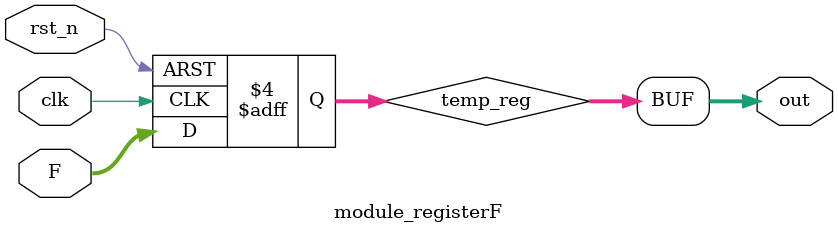
<source format=v>
`timescale 1ns / 1ps


module module_top(
    input clk_A,
    input clk_B,
    input clk_F,
    input [1:0] in,
    input [3:0] OP,
    input rst_n,
    output [3:0] Flags,
    output [31:0] result_F
    );
    wire [31:0] A;
    wire [31:0] B;
    wire [31:0] F;
    //µ÷ÓÃ¼Ä´æÆ÷AºÍ¼Ä´æÆ÷B
    module_register regA(.clk(clk_A),.in(in),.rst_n(rst_n),.out(A));
    module_register regB(.clk(clk_B),.in(in),.rst_n(rst_n),.out(B));
    module_registerF regF(.clk(clk_F),.F(F),.rst_n(rst_n),.out(result_F));
    //µ÷ÓÃ¶à¹¦ÄÜALUÄ£¿é£¨°üÀ¨AÓëBµÄÔËËã£¬ºÍ±êÖ¾Î»µÄÉú³É£©
    module_alu alu(A,B,OP,F,Flags[0],Flags[1],Flags[2],Flags[3]);
    
endmodule

module module_alu(
    input [31:0]ALU_A,
    input [31:0]ALU_B,
    input [3:0]ALU_OP,
    output [31:0]F,
    output ZF,
    output SF,
    output CF,
    output OF
    );
    integer i;
    reg [31:0]sum;
    reg is_add;
    reg C32;
    reg [31:0] ALU_F;
    reg Flags[3:0];
    // 0000:A+B
    // 0001:A<<B
    // 0010:ÓÐ·ûºÅÊý±È½Ï(A<B) ?1 :0
    // 0011:ÎÞ·ûºÅÊý±È½Ï(A<B) ? 1 : 0
    // 0100:A^B
    // 0101:Âß¼­ÓÒÒÆ:A<<<B£¬¸ßÎ»²¹0
    // 0110:°´Î»»ò:A | B
    // 0111: A & B
    // 1000:A-B
    // 1101:ËãÊýÓÒÒÆA>>B
    always@(*)begin
    sum = 32'b0;
    case(ALU_OP)
        4'b0000:begin {C32,ALU_F} = ALU_A + ALU_B;end
        4'b0001:begin {C32,ALU_F} = ALU_A << ALU_B;end
        4'b0010:begin {C32,ALU_F} = $signed(ALU_A) < $signed(ALU_B) ? 1 : 0;end
        4'b0011:begin {C32,ALU_F} = ALU_A < ALU_B ? 1 : 0;end
        4'b0100:begin {C32,ALU_F} = ALU_A ^ ALU_B;end
        4'b0101:begin {C32,ALU_F} = ALU_A >> ALU_B;end
        4'b0110:begin {C32,ALU_F} = ALU_A | ALU_B;end
        4'b0111:begin {C32,ALU_F} = ALU_A & ALU_B;end
        4'b1000:begin {C32,ALU_F} = ALU_A - ALU_B;end
        4'b1101:begin {C32,ALU_F} = ALU_A >>> ALU_B;end
    endcase
    
    for(i=0;i<=31;i=i+1)begin
        sum = sum | ALU_F[i];
    end
    
    if(sum == 0) begin Flags[0] = 1; 
    end else Flags[0] = 0;
    
    is_add = (ALU_OP == 4'b0000)?1:0;
    Flags[1] = (~is_add & C32) + (is_add & C32);
    
    Flags[2] = ALU_A[31]^ALU_B[31]^C32^ALU_F[31];
    
    Flags[3] = ALU_F[31];
    end
    
    assign ZF = Flags[0];
    assign CF = Flags[1];
    assign OF = Flags[2];
    assign SF = Flags[3];
    assign F = ALU_F;

endmodule

module module_register(
    input[1:0] in,
    input clk,
    input rst_n,
    output [31:0] out
    );
    reg [31:0] temp_reg;
    always@(negedge rst_n or posedge clk)
        begin
            if(!rst_n)
               temp_reg <= 32'b0;
            else
            begin
            case(in)
                2'b00:begin temp_reg <= 32'd5;end
                2'b01:begin temp_reg <= 32'd10;end
                2'b10:begin temp_reg <= 32'd15;end
                2'b11:begin temp_reg <= 32'd20;end
                endcase
            end
        end
    assign out = temp_reg;
endmodule

module module_registerF(
    input [31:0]F,
    input clk,
    input rst_n,
    output [31:0] out
    );
    reg [31:0] temp_reg;
       always@(negedge rst_n or posedge clk)
           begin
               if(!rst_n)
                  temp_reg <= 32'b0;
               else
               begin
                    temp_reg <= F;
               end
           end
        
    assign out = temp_reg;
endmodule

</source>
